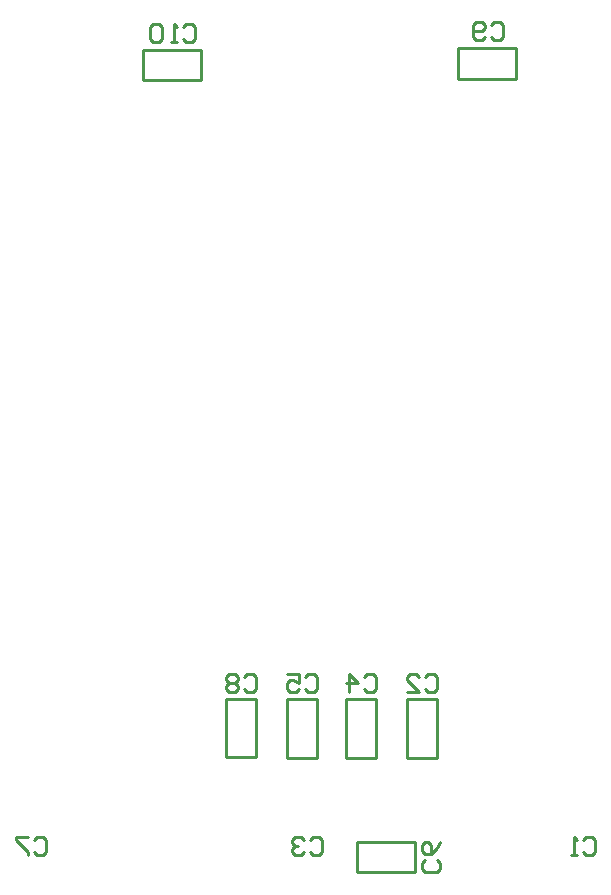
<source format=gbo>
G04*
G04 #@! TF.GenerationSoftware,Altium Limited,Altium Designer,18.0.9 (584)*
G04*
G04 Layer_Color=32896*
%FSLAX44Y44*%
%MOMM*%
G71*
G01*
G75*
%ADD11C,0.2540*%
D11*
X768330Y797930D02*
Y823430D01*
X718470Y797930D02*
Y823430D01*
X718830D02*
X768330D01*
X718830Y797930D02*
X768330D01*
X451770Y796660D02*
Y822160D01*
X501630Y796660D02*
Y822160D01*
X451770Y796660D02*
X501270D01*
X451770Y822160D02*
X501270D01*
X573990Y272870D02*
X599490D01*
X573990Y223010D02*
X599490D01*
X573990Y223370D02*
Y272870D01*
X599490Y223370D02*
Y272870D01*
X632930Y125970D02*
Y151470D01*
X682790Y125970D02*
Y151470D01*
X632930Y125970D02*
X682430D01*
X632930Y151470D02*
X682430D01*
X675590Y223010D02*
X701090D01*
X675590Y272870D02*
X701090D01*
Y223010D02*
Y272510D01*
X675590Y223010D02*
Y272510D01*
X522370Y223140D02*
X547870D01*
X522370Y273000D02*
X547870D01*
Y223140D02*
Y272640D01*
X522370Y223140D02*
Y272640D01*
X623970Y222812D02*
X649470D01*
X623970Y272672D02*
X649470D01*
Y222812D02*
Y272312D01*
X623970Y222812D02*
Y272312D01*
X359863Y152816D02*
X362402Y155355D01*
X367481D01*
X370020Y152816D01*
Y142659D01*
X367481Y140120D01*
X362402D01*
X359863Y142659D01*
X354785Y155355D02*
X344628D01*
Y152816D01*
X354785Y142659D01*
Y140120D01*
X746351Y842934D02*
X748891Y845473D01*
X753969D01*
X756508Y842934D01*
Y832777D01*
X753969Y830238D01*
X748891D01*
X746351Y832777D01*
X741273D02*
X738734Y830238D01*
X733655D01*
X731116Y832777D01*
Y842934D01*
X733655Y845473D01*
X738734D01*
X741273Y842934D01*
Y840395D01*
X738734Y837856D01*
X731116D01*
X486354Y841327D02*
X488893Y843866D01*
X493971D01*
X496511Y841327D01*
Y831170D01*
X493971Y828631D01*
X488893D01*
X486354Y831170D01*
X481276Y828631D02*
X476197D01*
X478736D01*
Y843866D01*
X481276Y841327D01*
X468580D02*
X466040Y843866D01*
X460962D01*
X458423Y841327D01*
Y831170D01*
X460962Y828631D01*
X466040D01*
X468580Y831170D01*
Y841327D01*
X593543Y152816D02*
X596082Y155355D01*
X601161D01*
X603700Y152816D01*
Y142659D01*
X601161Y140120D01*
X596082D01*
X593543Y142659D01*
X588465Y152816D02*
X585926Y155355D01*
X580847D01*
X578308Y152816D01*
Y150277D01*
X580847Y147738D01*
X583387D01*
X580847D01*
X578308Y145198D01*
Y142659D01*
X580847Y140120D01*
X585926D01*
X588465Y142659D01*
X537663Y291246D02*
X540202Y293785D01*
X545281D01*
X547820Y291246D01*
Y281089D01*
X545281Y278550D01*
X540202D01*
X537663Y281089D01*
X532585Y291246D02*
X530046Y293785D01*
X524967D01*
X522428Y291246D01*
Y288707D01*
X524967Y286168D01*
X522428Y283628D01*
Y281089D01*
X524967Y278550D01*
X530046D01*
X532585Y281089D01*
Y283628D01*
X530046Y286168D01*
X532585Y288707D01*
Y291246D01*
X530046Y286168D02*
X524967D01*
X701036Y136177D02*
X703575Y133638D01*
Y128559D01*
X701036Y126020D01*
X690879D01*
X688340Y128559D01*
Y133638D01*
X690879Y136177D01*
X703575Y151412D02*
X701036Y146333D01*
X695957Y141255D01*
X690879D01*
X688340Y143794D01*
Y148873D01*
X690879Y151412D01*
X693418D01*
X695957Y148873D01*
Y141255D01*
X589283Y291116D02*
X591823Y293655D01*
X596901D01*
X599440Y291116D01*
Y280959D01*
X596901Y278420D01*
X591823D01*
X589283Y280959D01*
X574048Y293655D02*
X584205D01*
Y286038D01*
X579127Y288577D01*
X576587D01*
X574048Y286038D01*
Y280959D01*
X576587Y278420D01*
X581666D01*
X584205Y280959D01*
X639263Y290918D02*
X641803Y293457D01*
X646881D01*
X649420Y290918D01*
Y280761D01*
X646881Y278222D01*
X641803D01*
X639263Y280761D01*
X626567Y278222D02*
Y293457D01*
X634185Y285840D01*
X624028D01*
X690883Y291116D02*
X693422Y293655D01*
X698501D01*
X701040Y291116D01*
Y280959D01*
X698501Y278420D01*
X693422D01*
X690883Y280959D01*
X675648Y278420D02*
X685805D01*
X675648Y288577D01*
Y291116D01*
X678187Y293655D01*
X683266D01*
X685805Y291116D01*
X824683Y152816D02*
X827223Y155355D01*
X832301D01*
X834840Y152816D01*
Y142659D01*
X832301Y140120D01*
X827223D01*
X824683Y142659D01*
X819605Y140120D02*
X814527D01*
X817066D01*
Y155355D01*
X819605Y152816D01*
M02*

</source>
